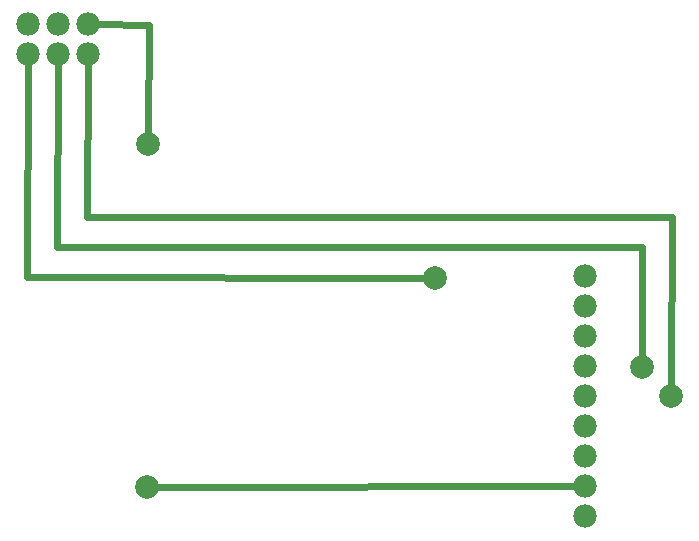
<source format=gtl>
G04 MADE WITH FRITZING*
G04 WWW.FRITZING.ORG*
G04 DOUBLE SIDED*
G04 HOLES PLATED*
G04 CONTOUR ON CENTER OF CONTOUR VECTOR*
%ASAXBY*%
%FSLAX23Y23*%
%MOIN*%
%OFA0B0*%
%SFA1.0B1.0*%
%ADD10C,0.078740*%
%ADD11C,0.078000*%
%ADD12C,0.024000*%
%LNCOPPER1*%
G90*
G70*
G54D10*
X2365Y993D03*
X2461Y896D03*
G54D11*
X2175Y1294D03*
X2175Y1194D03*
X2175Y1094D03*
X2175Y994D03*
X2175Y894D03*
X2175Y794D03*
X2175Y694D03*
X2175Y594D03*
X2175Y494D03*
X519Y2134D03*
X419Y2134D03*
X319Y2134D03*
X519Y2134D03*
X419Y2134D03*
X319Y2134D03*
X319Y2034D03*
X419Y2034D03*
X519Y2034D03*
G54D10*
X715Y592D03*
X1674Y1290D03*
X719Y1734D03*
G54D12*
X516Y1493D02*
X519Y2004D01*
D02*
X416Y1393D02*
X419Y2004D01*
D02*
X2366Y1393D02*
X416Y1393D01*
D02*
X2365Y1024D02*
X2366Y1393D01*
D02*
X314Y1293D02*
X319Y2004D01*
D02*
X1643Y1290D02*
X314Y1293D01*
D02*
X2145Y594D02*
X746Y592D01*
D02*
X2466Y1493D02*
X516Y1493D01*
D02*
X2461Y927D02*
X2466Y1493D01*
D02*
X719Y1765D02*
X720Y2133D01*
D02*
X720Y2133D02*
X549Y2134D01*
G04 End of Copper1*
M02*
</source>
